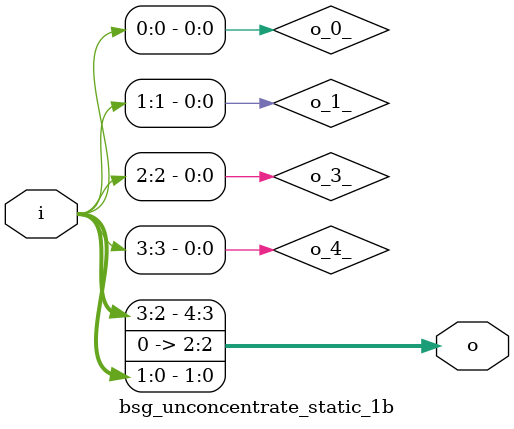
<source format=v>
module bsg_unconcentrate_static_1b
(
  i,
  o
);
  input [3:0] i;
  output [4:0] o;
  wire [4:0] o;
  wire o_4_,o_3_,o_1_,o_0_;
  assign o[2] = 1'b0;
  assign o_4_ = i[3];
  assign o[4] = o_4_;
  assign o_3_ = i[2];
  assign o[3] = o_3_;
  assign o_1_ = i[1];
  assign o[1] = o_1_;
  assign o_0_ = i[0];
  assign o[0] = o_0_;
endmodule
</source>
